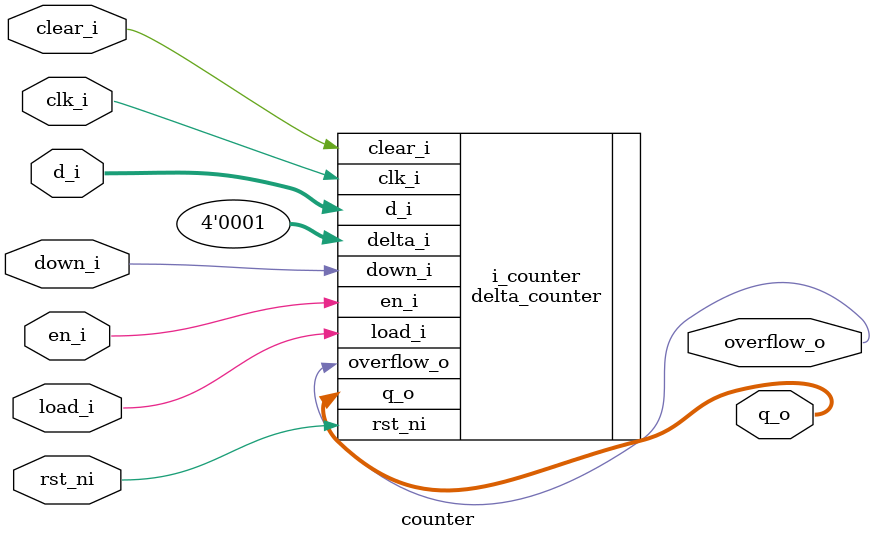
<source format=sv>
module counter #(
    parameter int unsigned WIDTH = 4,
    parameter bit STICKY_OVERFLOW = 1'b0
) (
    input  logic             clk_i,
    input  logic             rst_ni,
    input  logic             clear_i,
    input  logic             en_i,
    input  logic             load_i,
    input  logic             down_i,
    input  logic [WIDTH-1:0] d_i,
    output logic [WIDTH-1:0] q_o,
    output logic             overflow_o
);
  delta_counter #(
      .WIDTH          (WIDTH),
      .STICKY_OVERFLOW(STICKY_OVERFLOW)
  ) i_counter (
      .clk_i,
      .rst_ni,
      .clear_i,
      .en_i,
      .load_i,
      .down_i,
      .delta_i({{WIDTH - 1{1'b0}}, 1'b1}),
      .d_i,
      .q_o,
      .overflow_o
  );
endmodule

</source>
